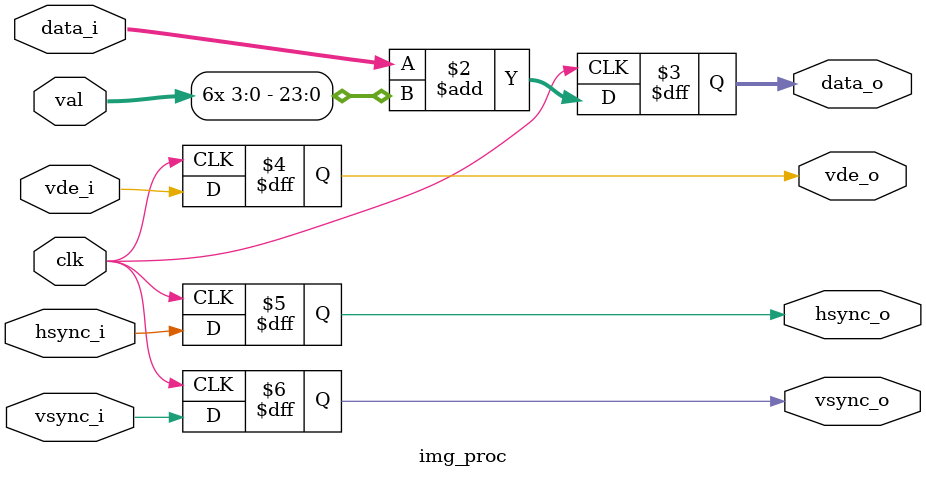
<source format=v>
module img_proc (
  input  wire clk,

  input  wire [ 3:0] val,

  input  wire [23:0] data_i,
  input  wire        vde_i,
  input  wire        hsync_i,
  input  wire        vsync_i,

  output reg  [23:0] data_o,
  output reg         vde_o,
  output reg         hsync_o,
  output reg         vsync_o
);

  always @ (posedge clk) begin
    data_o  <= data_i + {val, val, val, val, val, val};
    vde_o   <= vde_i;
    hsync_o <= hsync_i;
    vsync_o <= vsync_i;
  end

endmodule

</source>
